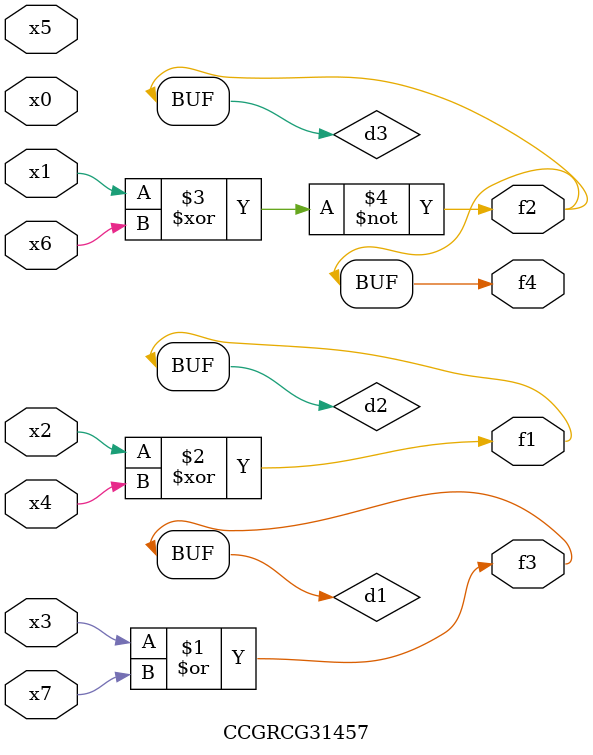
<source format=v>
module CCGRCG31457(
	input x0, x1, x2, x3, x4, x5, x6, x7,
	output f1, f2, f3, f4
);

	wire d1, d2, d3;

	or (d1, x3, x7);
	xor (d2, x2, x4);
	xnor (d3, x1, x6);
	assign f1 = d2;
	assign f2 = d3;
	assign f3 = d1;
	assign f4 = d3;
endmodule

</source>
